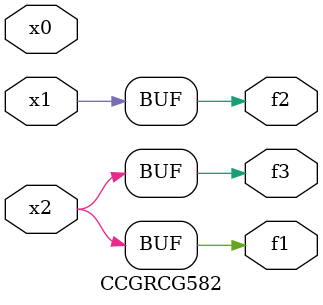
<source format=v>
module CCGRCG582(
	input x0, x1, x2,
	output f1, f2, f3
);
	assign f1 = x2;
	assign f2 = x1;
	assign f3 = x2;
endmodule

</source>
